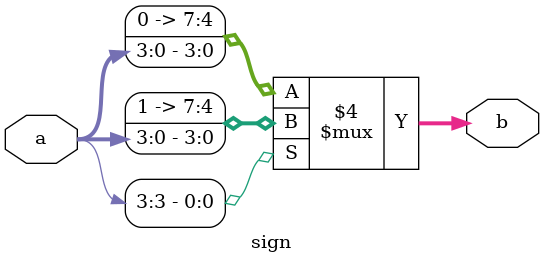
<source format=v>
module sign(a,b);
input [3:0]a;
output reg[7:0]b;
always @(a or b)begin
if(a[3]==1)
b = {4'b1111,a};
else
b = {4'b0000,a};
end
endmodule

</source>
